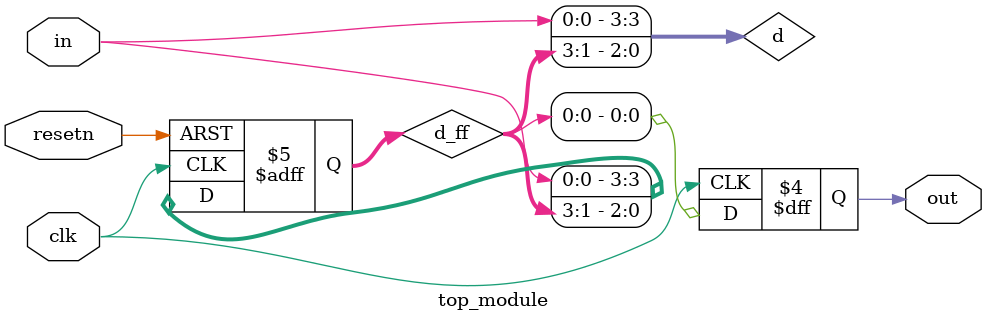
<source format=sv>
module top_module (
   input clk,
   input resetn,
   input in,
   output reg out
);

reg [3:0] d_ff;
wire [3:0] d;

assign d = {in, d_ff[3:1]};

always @(posedge clk or negedge resetn) begin
   if (!resetn)
      d_ff <= 4'b0;
   else
      d_ff <= d;
end

always @(posedge clk) begin
   out <= d_ff[0];
end

endmodule

</source>
